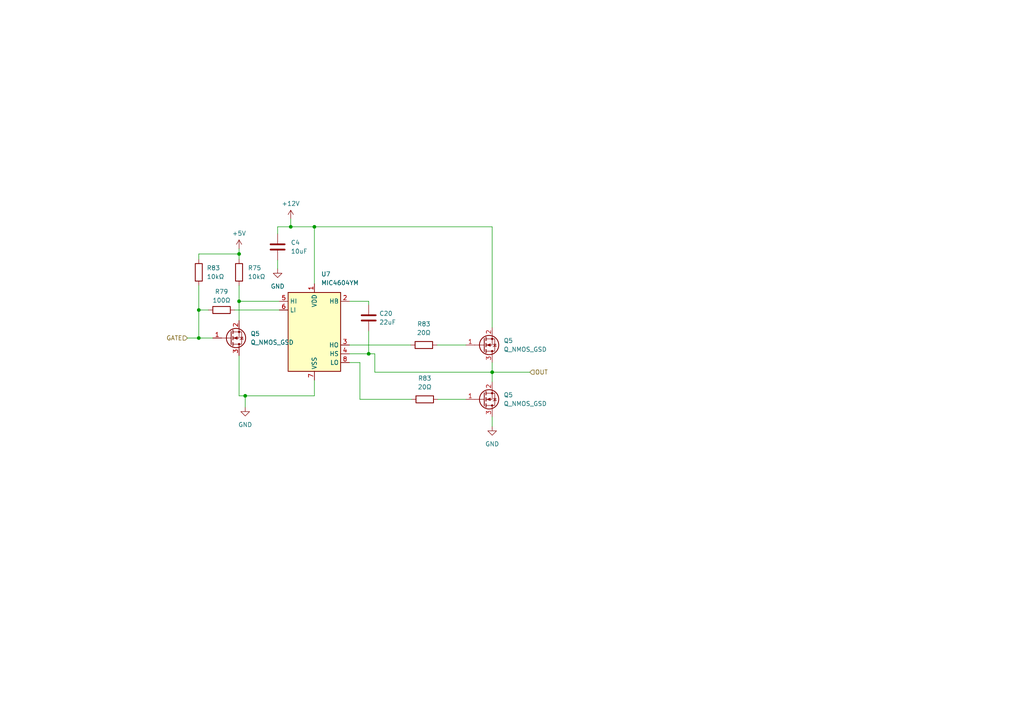
<source format=kicad_sch>
(kicad_sch (version 20230121) (generator eeschema)
  (paper "A4")
  (lib_symbols
    (symbol "Device:C" (pin_numbers hide) (pin_names (offset 0.254))
      (property "Reference" "C" (at 0.635 2.54 0))
      (property "Value" "C" (at 0.635 -2.54 0))
      (symbol "C_0_1"
        (polyline (pts (xy -2.032 -0.762) (xy 2.032 -0.762)) (stroke (width 0.508)))
        (polyline (pts (xy -2.032 0.762) (xy 2.032 0.762)) (stroke (width 0.508)))
      )
      (symbol "C_1_1"
        (pin passive line (at 0 3.81 270) (length 2.794) (name "~") (number "1"))
        (pin passive line (at 0 -3.81 90) (length 2.794) (name "~") (number "2"))
      )
    )
    (symbol "Device:Q_NMOS_GSD" (pin_names (offset 0) hide)
      (property "Reference" "Q" (at 5.08 1.27 0))
      (property "Value" "Q_NMOS_GSD" (at 5.08 -1.27 0))
      (symbol "Q_NMOS_GSD_0_1"
        (polyline (pts (xy 0.254 0) (xy -2.54 0)))
        (polyline (pts (xy 0.254 1.905) (xy 0.254 -1.905)) (stroke (width 0.254)))
        (polyline (pts (xy 0.762 -1.27) (xy 0.762 -2.286)) (stroke (width 0.254)))
        (polyline (pts (xy 0.762 0.508) (xy 0.762 -0.508)) (stroke (width 0.254)))
        (polyline (pts (xy 0.762 2.286) (xy 0.762 1.27)) (stroke (width 0.254)))
        (polyline (pts (xy 2.54 2.54) (xy 2.54 1.778)))
        (polyline (pts (xy 2.54 -2.54) (xy 2.54 0) (xy 0.762 0)))
        (polyline (pts (xy 0.762 -1.778) (xy 3.302 -1.778) (xy 3.302 1.778) (xy 0.762 1.778)))
        (polyline (pts (xy 1.016 0) (xy 2.032 0.381) (xy 2.032 -0.381) (xy 1.016 0)) (fill (type outline)))
        (polyline (pts (xy 2.794 0.508) (xy 2.921 0.381) (xy 3.683 0.381) (xy 3.81 0.254)))
        (polyline (pts (xy 3.302 0.381) (xy 2.921 -0.254) (xy 3.683 -0.254) (xy 3.302 0.381)))
        (circle (center 1.651 0) (radius 2.794) (stroke (width 0.254)))
        (circle (center 2.54 -1.778) (radius 0.254) (fill (type outline)))
        (circle (center 2.54 1.778) (radius 0.254) (fill (type outline)))
      )
      (symbol "Q_NMOS_GSD_1_1"
        (pin input line (at -5.08 0 0) (length 2.54) (name "G") (number "1"))
        (pin passive line (at 2.54 -5.08 90) (length 2.54) (name "S") (number "2"))
        (pin passive line (at 2.54 5.08 270) (length 2.54) (name "D") (number "3"))
      )
    )
    (symbol "Device:R" (pin_numbers hide) (pin_names (offset 0))
      (property "Reference" "R" (at 2.032 0 90))
      (property "Value" "R" (at 0 0 90))
      (symbol "R_0_1"
        (rectangle (start -1.016 -2.54) (end 1.016 2.54) (stroke (width 0.254)))
      )
      (symbol "R_1_1"
        (pin passive line (at 0 3.81 270) (length 1.27) (name "~") (number "1"))
        (pin passive line (at 0 -3.81 90) (length 1.27) (name "~") (number "2"))
      )
    )
    (symbol "Driver_FET:MIC4604YM"
      (property "Reference" "U" (at -8.89 -8.89 0))
      (property "Value" "MIC4604YM" (at -8.89 -11.43 0))
      (symbol "MIC4604YM_0_1"
        (rectangle (start -7.62 -12.7) (end 7.62 10.16) (stroke (width 0.254)) (fill (type background)))
      )
      (symbol "MIC4604YM_1_1"
        (pin power_in line (at 0 12.7 270) (length 2.54) (name "VDD") (number "1"))
        (pin passive line (at 10.16 7.62 180) (length 2.54) (name "HB") (number "2"))
        (pin output line (at 10.16 -5.08 180) (length 2.54) (name "HO") (number "3"))
        (pin passive line (at 10.16 -7.62 180) (length 2.54) (name "HS") (number "4"))
        (pin input line (at -10.16 7.62 0) (length 2.54) (name "HI") (number "5"))
        (pin input line (at -10.16 5.08 0) (length 2.54) (name "LI") (number "6"))
        (pin power_in line (at 0 -15.24 90) (length 2.54) (name "VSS") (number "7"))
        (pin output line (at 10.16 -10.16 180) (length 2.54) (name "LO") (number "8"))
      )
    )
    (symbol "power:+12V" (power) (pin_names (offset 0))
      (property "Value" "+12V" (at 0 3.556 0))
      (symbol "+12V_0_1"
        (polyline (pts (xy -0.762 1.27) (xy 0 2.54)))
        (polyline (pts (xy 0 0) (xy 0 2.54)))
        (polyline (pts (xy 0 2.54) (xy 0.762 1.27)))
      )
      (symbol "+12V_1_1"
        (pin power_in line (at 0 0 90) (length 0) hide (name "+12V") (number "1"))
      )
    )
    (symbol "power:+5V" (power) (pin_names (offset 0))
      (property "Value" "+5V" (at 0 3.556 0))
      (symbol "+5V_0_1"
        (polyline (pts (xy -0.762 1.27) (xy 0 2.54)))
        (polyline (pts (xy 0 0) (xy 0 2.54)))
        (polyline (pts (xy 0 2.54) (xy 0.762 1.27)))
      )
      (symbol "+5V_1_1"
        (pin power_in line (at 0 0 90) (length 0) hide (name "+5V") (number "1"))
      )
    )
    (symbol "power:GND" (power) (pin_names (offset 0))
      (property "Value" "GND" (at 0 -3.81 0))
      (symbol "GND_0_1"
        (polyline (pts (xy 0 0) (xy 0 -1.27) (xy 1.27 -1.27) (xy 0 -2.54) (xy -1.27 -1.27) (xy 0 -1.27)))
      )
      (symbol "GND_1_1"
        (pin power_in line (at 0 0 270) (length 0) hide (name "GND") (number "1"))
      )
    )
  )
  (junction (at 106.934 102.616))
  (junction (at 84.328 65.786))
  (junction (at 57.658 98.044))
  (junction (at 57.658 89.916))
  (junction (at 91.186 65.786))
  (junction (at 71.12 114.808))
  (junction (at 142.748 107.95))
  (junction (at 69.342 73.66))
  (junction (at 69.342 87.376))
  (wire (pts (xy 69.342 87.376) (xy 69.342 92.964)))
  (wire (pts (xy 84.328 65.786) (xy 91.186 65.786)))
  (wire (pts (xy 57.658 82.804) (xy 57.658 89.916)))
  (wire (pts (xy 119.38 115.824) (xy 104.394 115.824)))
  (wire (pts (xy 71.12 114.808) (xy 91.186 114.808)))
  (wire (pts (xy 91.186 65.786) (xy 142.748 65.786)))
  (wire (pts (xy 106.934 87.376) (xy 106.934 88.392)))
  (wire (pts (xy 57.658 98.044) (xy 57.658 89.916)))
  (wire (pts (xy 142.748 107.95) (xy 142.748 110.744)))
  (wire (pts (xy 69.342 82.804) (xy 69.342 87.376)))
  (wire (pts (xy 104.394 115.824) (xy 104.394 105.156)))
  (wire (pts (xy 69.342 87.376) (xy 81.026 87.376)))
  (wire (pts (xy 69.342 72.136) (xy 69.342 73.66)))
  (wire (pts (xy 57.658 75.184) (xy 57.658 73.66)))
  (wire (pts (xy 104.394 105.156) (xy 101.346 105.156)))
  (wire (pts (xy 101.346 87.376) (xy 106.934 87.376)))
  (wire (pts (xy 69.342 73.66) (xy 69.342 75.184)))
  (wire (pts (xy 68.072 89.916) (xy 81.026 89.916)))
  (wire (pts (xy 101.346 100.076) (xy 119.126 100.076)))
  (wire (pts (xy 142.748 65.786) (xy 142.748 94.996)))
  (wire (pts (xy 142.748 107.95) (xy 142.748 105.156)))
  (wire (pts (xy 54.356 98.044) (xy 57.658 98.044)))
  (wire (pts (xy 71.12 114.808) (xy 71.12 118.11)))
  (wire (pts (xy 57.658 89.916) (xy 60.452 89.916)))
  (wire (pts (xy 69.342 103.124) (xy 69.342 114.808)))
  (wire (pts (xy 80.518 65.786) (xy 84.328 65.786)))
  (wire (pts (xy 57.658 98.044) (xy 61.722 98.044)))
  (wire (pts (xy 108.712 107.95) (xy 142.748 107.95)))
  (wire (pts (xy 80.518 75.438) (xy 80.518 77.978)))
  (wire (pts (xy 69.342 114.808) (xy 71.12 114.808)))
  (wire (pts (xy 108.712 107.95) (xy 108.712 102.616)))
  (wire (pts (xy 106.934 102.616) (xy 106.934 96.012)))
  (wire (pts (xy 91.186 65.786) (xy 91.186 82.296)))
  (wire (pts (xy 126.746 100.076) (xy 135.128 100.076)))
  (wire (pts (xy 80.518 67.818) (xy 80.518 65.786)))
  (wire (pts (xy 142.748 107.95) (xy 153.67 107.95)))
  (wire (pts (xy 91.186 114.808) (xy 91.186 110.236)))
  (wire (pts (xy 84.328 65.786) (xy 84.328 63.5)))
  (wire (pts (xy 127 115.824) (xy 135.128 115.824)))
  (wire (pts (xy 106.934 102.616) (xy 108.712 102.616)))
  (wire (pts (xy 142.748 120.904) (xy 142.748 123.698)))
  (wire (pts (xy 101.346 102.616) (xy 106.934 102.616)))
  (wire (pts (xy 57.658 73.66) (xy 69.342 73.66)))
  (hierarchical_label "OUT" (shape input) (at 153.67 107.95 0))
  (hierarchical_label "GATE" (shape input) (at 54.356 98.044 180))
  (symbol (lib_id "power:+12V") (at 84.328 63.5 0) (unit 1)
    (property "Reference" "#PWR011" (effects hide))
    (property "Value" "+12V" (at 84.328 59.055 0))
    (instances (project "ValveServoI2C" (path "" (reference "#PWR011") (unit 1)) (path "" (reference "#PWR022") (unit 1)) (path "" (reference "#PWR033") (unit 1)) (path "" (reference "#PWR044") (unit 1)) (path "" (reference "#PWR092") (unit 1)) (path "" (reference "#PWR093") (unit 1)) (path "" (reference "#PWR094") (unit 1)) (path "" (reference "#PWR095") (unit 1)) (path "" (reference "#PWR010") (unit 1)) (path "" (reference "#PWR021") (unit 1)) (path "" (reference "#PWR032") (unit 1)) (path "" (reference "#PWR043") (unit 1))))
  )
  (symbol (lib_id "Device:R") (at 69.342 78.994 0) (unit 1)
    (property "Reference" "R75" (at 71.882 77.724 0) (effects (justify left)))
    (property "Value" "10kΩ" (at 71.882 80.264 0) (effects (justify left)))
    (property "Footprint" "Resistor_SMD:R_0805_2012Metric" (effects hide))
    (instances (project "ValveServoI2C" (path "" (reference "R75") (unit 1)) (path "" (reference "R4") (unit 1)) (path "" (reference "R5") (unit 1)) (path "" (reference "R11") (unit 1)) (path "" (reference "R9") (unit 1)) (path "" (reference "R12") (unit 1)) (path "" (reference "R14") (unit 1)) (path "" (reference "R16") (unit 1)) (path "" (reference "R18") (unit 1)) (path "" (reference "R76") (unit 1)) (path "" (reference "R77") (unit 1)) (path "" (reference "R78") (unit 1)) (path "" (reference "R77") (unit 1)) (path "" (reference "R80") (unit 1)) (path "" (reference "R83") (unit 1)) (path "" (reference "R86") (unit 1)) (path "" (reference "R15") (unit 1)) (path "" (reference "R32") (unit 1)) (path "" (reference "R99") (unit 1)) (path "" (reference "R104") (unit 1))))
  )
  (symbol (lib_id "Device:R") (at 64.262 89.916 90) (unit 1)
    (property "Reference" "R79" (at 64.262 84.582 90))
    (property "Value" "100Ω" (at 64.262 87.122 90))
    (property "Footprint" "Resistor_SMD:R_0805_2012Metric" (effects hide))
    (instances (project "ValveServoI2C" (path "" (reference "R79") (unit 1)) (path "" (reference "R4") (unit 1)) (path "" (reference "R5") (unit 1)) (path "" (reference "R11") (unit 1)) (path "" (reference "R9") (unit 1)) (path "" (reference "R12") (unit 1)) (path "" (reference "R14") (unit 1)) (path "" (reference "R16") (unit 1)) (path "" (reference "R18") (unit 1)) (path "" (reference "R80") (unit 1)) (path "" (reference "R81") (unit 1)) (path "" (reference "R82") (unit 1)) (path "" (reference "R76") (unit 1)) (path "" (reference "R79") (unit 1)) (path "" (reference "R82") (unit 1)) (path "" (reference "R85") (unit 1)) (path "" (reference "R8") (unit 1)) (path "" (reference "R31") (unit 1)) (path "" (reference "R98") (unit 1)) (path "" (reference "R103") (unit 1))))
  )
  (symbol (lib_id "Device:R") (at 123.19 115.824 270) (unit 1)
    (property "Reference" "R83" (at 123.19 109.728 90))
    (property "Value" "20Ω" (at 123.19 112.268 90))
    (property "Footprint" "Resistor_SMD:R_0805_2012Metric" (effects hide))
    (instances (project "ValveServoI2C" (path "" (reference "R83") (unit 1)) (path "" (reference "R4") (unit 1)) (path "" (reference "R5") (unit 1)) (path "" (reference "R11") (unit 1)) (path "" (reference "R9") (unit 1)) (path "" (reference "R12") (unit 1)) (path "" (reference "R14") (unit 1)) (path "" (reference "R16") (unit 1)) (path "" (reference "R18") (unit 1)) (path "" (reference "R84") (unit 1)) (path "" (reference "R85") (unit 1)) (path "" (reference "R86") (unit 1)) (path "" (reference "R91") (unit 1)) (path "" (reference "R92") (unit 1)) (path "" (reference "R93") (unit 1)) (path "" (reference "R94") (unit 1)) (path "" (reference "R23") (unit 1)) (path "" (reference "R96") (unit 1)) (path "" (reference "R101") (unit 1)) (path "" (reference "R106") (unit 1))))
  )
  (symbol (lib_id "Device:C") (at 106.934 92.202 0) (unit 1)
    (property "Reference" "C20" (at 109.982 90.932 0) (effects (justify left)))
    (property "Value" "22uF" (at 109.982 93.472 0) (effects (justify left)))
    (property "Footprint" "Capacitor_SMD:C_0805_2012Metric" (effects hide))
    (instances (project "ValveServoI2C" (path "" (reference "C20") (unit 1)) (path "" (reference "C21") (unit 1)) (path "" (reference "C22") (unit 1)) (path "" (reference "C23") (unit 1)) (path "" (reference "C20") (unit 1)) (path "" (reference "C21") (unit 1)) (path "" (reference "C22") (unit 1)) (path "" (reference "C23") (unit 1)) (path "" (reference "C3") (unit 1)) (path "" (reference "C5") (unit 1)) (path "" (reference "C7") (unit 1)) (path "" (reference "C9") (unit 1))))
  )
  (symbol (lib_id "power:GND") (at 80.518 77.978 0) (unit 1)
    (property "Reference" "#PWR088" (effects hide))
    (property "Value" "GND" (at 80.518 83.058 0))
    (instances (project "ValveServoI2C" (path "" (reference "#PWR088") (unit 1)) (path "" (reference "#PWR089") (unit 1)) (path "" (reference "#PWR090") (unit 1)) (path "" (reference "#PWR091") (unit 1)) (path "" (reference "#PWR096") (unit 1)) (path "" (reference "#PWR097") (unit 1)) (path "" (reference "#PWR098") (unit 1)) (path "" (reference "#PWR099") (unit 1)) (path "" (reference "#PWR09") (unit 1)) (path "" (reference "#PWR020") (unit 1)) (path "" (reference "#PWR031") (unit 1)) (path "" (reference "#PWR042") (unit 1))))
  )
  (symbol (lib_id "Device:Q_NMOS_GSD") (at 140.208 100.076 0) (mirror x) (unit 1)
    (property "Reference" "Q5" (at 146.05 98.806 0) (effects (justify left)))
    (property "Value" "Q_NMOS_GSD" (at 146.05 101.346 0) (effects (justify left)))
    (property "Footprint" "Package_TO_SOT_SMD:SOT-23" (effects hide))
    (instances (project "ValveServoI2C" (path "" (reference "Q5") (unit 1)) (path "" (reference "Q1") (unit 1)) (path "" (reference "Q9") (unit 1)) (path "" (reference "Q10") (unit 1)) (path "" (reference "Q11") (unit 1)) (path "" (reference "Q12") (unit 1)) (path "" (reference "Q6") (unit 1)) (path "" (reference "Q9") (unit 1)) (path "" (reference "Q12") (unit 1)) (path "" (reference "Q15") (unit 1)) (path "" (reference "Q18") (unit 1)) (path "" (reference "Q21") (unit 1)) (path "" (reference "Q24") (unit 1)) (path "" (reference "Q27") (unit 1))))
  )
  (symbol (lib_id "power:GND") (at 71.12 118.11 0) (unit 1)
    (property "Reference" "#PWR088" (effects hide))
    (property "Value" "GND" (at 71.12 123.19 0))
    (instances (project "ValveServoI2C" (path "" (reference "#PWR088") (unit 1)) (path "" (reference "#PWR089") (unit 1)) (path "" (reference "#PWR090") (unit 1)) (path "" (reference "#PWR091") (unit 1)) (path "" (reference "#PWR085") (unit 1)) (path "" (reference "#PWR087") (unit 1)) (path "" (reference "#PWR089") (unit 1)) (path "" (reference "#PWR091") (unit 1)) (path "" (reference "#PWR08") (unit 1)) (path "" (reference "#PWR019") (unit 1)) (path "" (reference "#PWR030") (unit 1)) (path "" (reference "#PWR041") (unit 1))))
  )
  (symbol (lib_id "Device:Q_NMOS_GSD") (at 140.208 115.824 0) (mirror x) (unit 1)
    (property "Reference" "Q5" (at 146.05 114.554 0) (effects (justify left)))
    (property "Value" "Q_NMOS_GSD" (at 146.05 117.094 0) (effects (justify left)))
    (property "Footprint" "Package_TO_SOT_SMD:SOT-23" (effects hide))
    (instances (project "ValveServoI2C" (path "" (reference "Q5") (unit 1)) (path "" (reference "Q1") (unit 1)) (path "" (reference "Q5") (unit 1)) (path "" (reference "Q6") (unit 1)) (path "" (reference "Q7") (unit 1)) (path "" (reference "Q8") (unit 1)) (path "" (reference "Q7") (unit 1)) (path "" (reference "Q10") (unit 1)) (path "" (reference "Q13") (unit 1)) (path "" (reference "Q16") (unit 1)) (path "" (reference "Q19") (unit 1)) (path "" (reference "Q22") (unit 1)) (path "" (reference "Q25") (unit 1)) (path "" (reference "Q28") (unit 1))))
  )
  (symbol (lib_id "Device:C") (at 80.518 71.628 0) (unit 1)
    (property "Reference" "C4" (at 84.328 70.358 0) (effects (justify left)))
    (property "Value" "10uF" (at 84.328 72.898 0) (effects (justify left)))
    (property "Footprint" "Capacitor_SMD:C_0805_2012Metric" (effects hide))
    (instances (project "ValveServoI2C" (path "" (reference "C4") (unit 1)) (path "" (reference "C7") (unit 1)) (path "" (reference "C10") (unit 1)) (path "" (reference "C13") (unit 1)) (path "" (reference "C24") (unit 1)) (path "" (reference "C25") (unit 1)) (path "" (reference "C26") (unit 1)) (path "" (reference "C27") (unit 1)) (path "" (reference "C2") (unit 1)) (path "" (reference "C4") (unit 1)) (path "" (reference "C6") (unit 1)) (path "" (reference "C8") (unit 1))))
  )
  (symbol (lib_id "Device:R") (at 122.936 100.076 270) (unit 1)
    (property "Reference" "R83" (at 122.936 93.98 90))
    (property "Value" "20Ω" (at 122.936 96.52 90))
    (property "Footprint" "Resistor_SMD:R_0805_2012Metric" (effects hide))
    (instances (project "ValveServoI2C" (path "" (reference "R83") (unit 1)) (path "" (reference "R4") (unit 1)) (path "" (reference "R5") (unit 1)) (path "" (reference "R11") (unit 1)) (path "" (reference "R9") (unit 1)) (path "" (reference "R12") (unit 1)) (path "" (reference "R14") (unit 1)) (path "" (reference "R16") (unit 1)) (path "" (reference "R18") (unit 1)) (path "" (reference "R84") (unit 1)) (path "" (reference "R85") (unit 1)) (path "" (reference "R86") (unit 1)) (path "" (reference "R87") (unit 1)) (path "" (reference "R88") (unit 1)) (path "" (reference "R89") (unit 1)) (path "" (reference "R90") (unit 1)) (path "" (reference "R16") (unit 1)) (path "" (reference "R95") (unit 1)) (path "" (reference "R100") (unit 1)) (path "" (reference "R105") (unit 1))))
  )
  (symbol (lib_id "Device:Q_NMOS_GSD") (at 66.802 98.044 0) (mirror x) (unit 1)
    (property "Reference" "Q5" (at 72.644 96.774 0) (effects (justify left)))
    (property "Value" "Q_NMOS_GSD" (at 72.644 99.314 0) (effects (justify left)))
    (property "Footprint" "Package_TO_SOT_SMD:SOT-23" (effects hide))
    (instances (project "ValveServoI2C" (path "" (reference "Q5") (unit 1)) (path "" (reference "Q1") (unit 1)) (path "" (reference "Q13") (unit 1)) (path "" (reference "Q14") (unit 1)) (path "" (reference "Q15") (unit 1)) (path "" (reference "Q16") (unit 1)) (path "" (reference "Q5") (unit 1)) (path "" (reference "Q8") (unit 1)) (path "" (reference "Q11") (unit 1)) (path "" (reference "Q14") (unit 1)) (path "" (reference "Q17") (unit 1)) (path "" (reference "Q20") (unit 1)) (path "" (reference "Q23") (unit 1)) (path "" (reference "Q26") (unit 1))))
  )
  (symbol (lib_id "Driver_FET:MIC4604YM") (at 91.186 94.996 0) (unit 1)
    (property "Reference" "U7" (at 93.1419 79.502 0) (effects (justify left)))
    (property "Value" "MIC4604YM" (at 93.1419 82.042 0) (effects (justify left)))
    (property "Footprint" "Package_SO:SOIC-8_3.9x4.9mm_P1.27mm" (effects hide))
    (property "Datasheet" "http://ww1.microchip.com/downloads/en/DeviceDoc/20005852A.pdf" (effects hide))
    (instances (project "ValveServoI2C" (path "" (reference "U7") (unit 1)) (path "" (reference "U8") (unit 1)) (path "" (reference "U9") (unit 1)) (path "" (reference "U10") (unit 1)) (path "" (reference "U7") (unit 1)) (path "" (reference "U8") (unit 1)) (path "" (reference "U9") (unit 1)) (path "" (reference "U10") (unit 1)) (path "" (reference "U2") (unit 1)) (path "" (reference "U3") (unit 1)) (path "" (reference "U4") (unit 1)) (path "" (reference "U5") (unit 1))))
  )
  (symbol (lib_id "power:+5V") (at 69.342 72.136 0) (mirror y) (unit 1)
    (property "Reference" "#PWR084" (effects hide))
    (property "Value" "+5V" (at 69.342 67.691 0))
    (instances (project "ValveServoI2C" (path "" (reference "#PWR084") (unit 1)) (path "" (reference "#PWR027") (unit 1)) (path "" (reference "#PWR029") (unit 1)) (path "" (reference "#PWR041") (unit 1)) (path "" (reference "#PWR037") (unit 1)) (path "" (reference "#PWR053") (unit 1)) (path "" (reference "#PWR057") (unit 1)) (path "" (reference "#PWR067") (unit 1)) (path "" (reference "#PWR071") (unit 1)) (path "" (reference "#PWR085") (unit 1)) (path "" (reference "#PWR086") (unit 1)) (path "" (reference "#PWR087") (unit 1)) (path "" (reference "#PWR084") (unit 1)) (path "" (reference "#PWR086") (unit 1)) (path "" (reference "#PWR088") (unit 1)) (path "" (reference "#PWR090") (unit 1)) (path "" (reference "#PWR07") (unit 1)) (path "" (reference "#PWR018") (unit 1)) (path "" (reference "#PWR029") (unit 1)) (path "" (reference "#PWR040") (unit 1))))
  )
  (symbol (lib_id "power:GND") (at 142.748 123.698 0) (unit 1)
    (property "Reference" "#PWR088" (effects hide))
    (property "Value" "GND" (at 142.748 128.778 0))
    (instances (project "ValveServoI2C" (path "" (reference "#PWR088") (unit 1)) (path "" (reference "#PWR089") (unit 1)) (path "" (reference "#PWR090") (unit 1)) (path "" (reference "#PWR091") (unit 1)) (path "" (reference "#PWR0100") (unit 1)) (path "" (reference "#PWR0101") (unit 1)) (path "" (reference "#PWR0102") (unit 1)) (path "" (reference "#PWR0103") (unit 1)) (path "" (reference "#PWR011") (unit 1)) (path "" (reference "#PWR022") (unit 1)) (path "" (reference "#PWR033") (unit 1)) (path "" (reference "#PWR044") (unit 1))))
  )
  (symbol (lib_id "Device:R") (at 57.658 78.994 180) (unit 1)
    (property "Reference" "R83" (at 59.944 77.724 0) (effects (justify right)))
    (property "Value" "10kΩ" (at 59.944 80.264 0) (effects (justify right)))
    (property "Footprint" "Resistor_SMD:R_0805_2012Metric" (effects hide))
    (instances (project "ValveServoI2C" (path "" (reference "R83") (unit 1)) (path "" (reference "R4") (unit 1)) (path "" (reference "R5") (unit 1)) (path "" (reference "R11") (unit 1)) (path "" (reference "R9") (unit 1)) (path "" (reference "R12") (unit 1)) (path "" (reference "R14") (unit 1)) (path "" (reference "R16") (unit 1)) (path "" (reference "R18") (unit 1)) (path "" (reference "R84") (unit 1)) (path "" (reference "R85") (unit 1)) (path "" (reference "R86") (unit 1)) (path "" (reference "R75") (unit 1)) (path "" (reference "R78") (unit 1)) (path "" (reference "R81") (unit 1)) (path "" (reference "R84") (unit 1)) (path "" (reference "R7") (unit 1)) (path "" (reference "R24") (unit 1)) (path "" (reference "R97") (unit 1)) (path "" (reference "R102") (unit 1))))
  )
)
</source>
